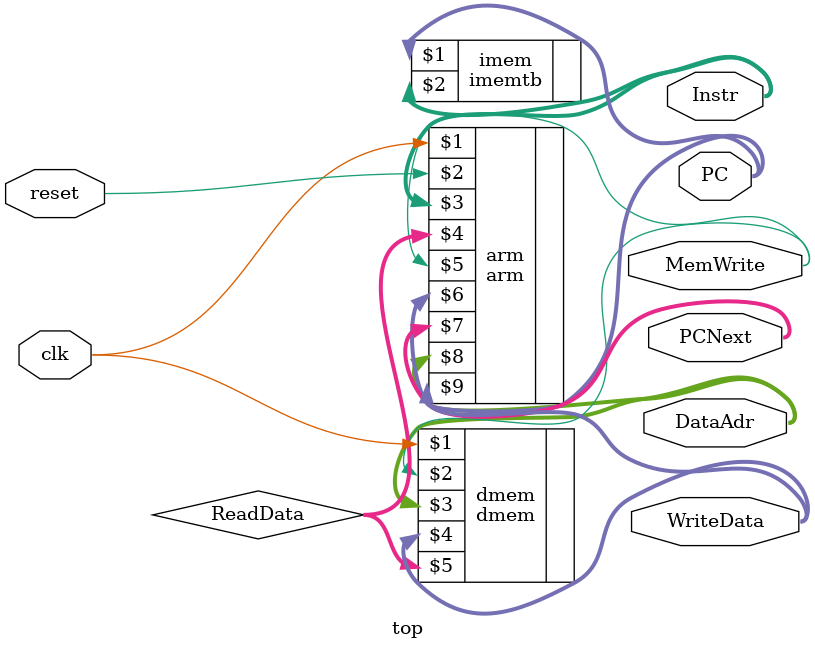
<source format=sv>
module top(input logic clk, reset,
			  output logic [31:0] WriteData, DataAdr, Instr, PC, PCNext,
			  output logic MemWrite);
			  
logic [31:0] ReadData;

// instantiate processor and memories
arm arm(clk, reset, Instr, ReadData, MemWrite, PC, PCNext, DataAdr, WriteData);
		  
imemtb imem(PC, Instr);

dmem dmem(clk, MemWrite, DataAdr, WriteData, ReadData);

endmodule 
</source>
